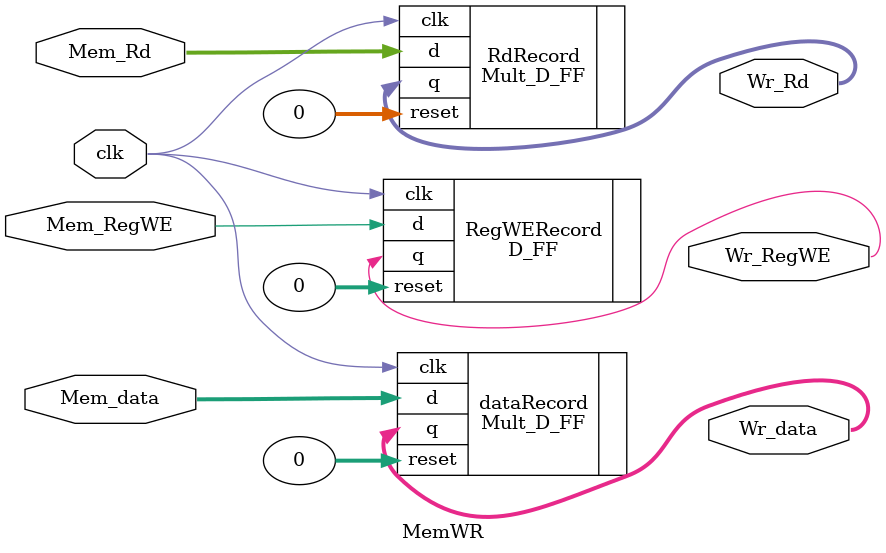
<source format=sv>
module MemWR(clk,Mem_RegWE,Wr_RegWE,Mem_Rd,Wr_Rd,Mem_data,Wr_data);
	input logic Mem_RegWE;
	input logic [4:0] Mem_Rd;
	input logic [63:0] Mem_data;	
	output logic Wr_RegWE;
	output logic [4:0] Wr_Rd;
	output logic [63:0] Wr_data;	
	input logic clk;
	
	D_FF RegWERecord(.q(Wr_RegWE), .d(Mem_RegWE), .reset(0), .clk);
	Mult_D_FF#(5) RdRecord (.q(Wr_Rd), .d(Mem_Rd), .reset(0), .clk);	
	Mult_D_FF#(64) dataRecord (.q(Wr_data), .d(Mem_data), .reset(0), .clk);	
endmodule
</source>
